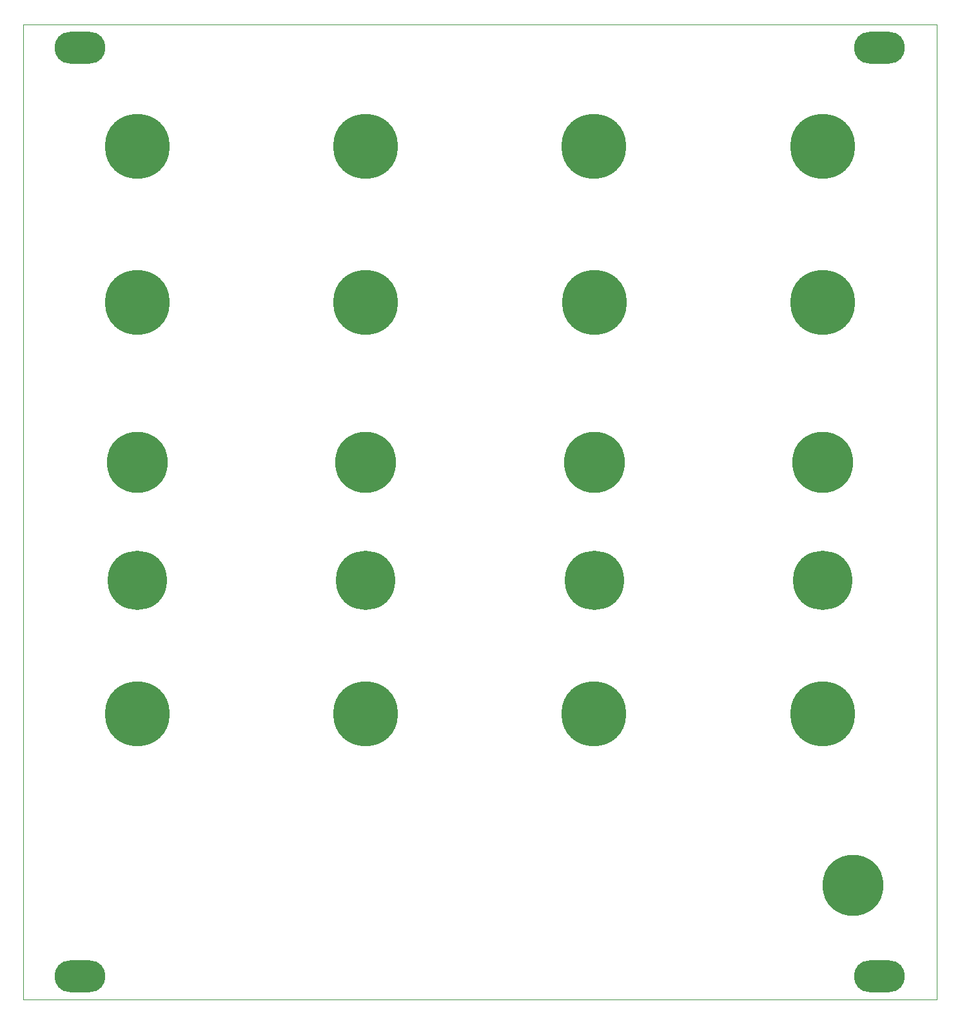
<source format=gbl>
G04 #@! TF.GenerationSoftware,KiCad,Pcbnew,(6.0.6)*
G04 #@! TF.CreationDate,2022-10-26T12:00:59+02:00*
G04 #@! TF.ProjectId,Drumbox,4472756d-626f-4782-9e6b-696361645f70,rev?*
G04 #@! TF.SameCoordinates,Original*
G04 #@! TF.FileFunction,Copper,L2,Bot*
G04 #@! TF.FilePolarity,Positive*
%FSLAX46Y46*%
G04 Gerber Fmt 4.6, Leading zero omitted, Abs format (unit mm)*
G04 Created by KiCad (PCBNEW (6.0.6)) date 2022-10-26 12:00:59*
%MOMM*%
%LPD*%
G01*
G04 APERTURE LIST*
G04 #@! TA.AperFunction,Profile*
%ADD10C,0.050000*%
G04 #@! TD*
G04 #@! TA.AperFunction,ComponentPad*
%ADD11O,6.700000X4.200000*%
G04 #@! TD*
G04 #@! TA.AperFunction,ViaPad*
%ADD12C,8.500000*%
G04 #@! TD*
G04 #@! TA.AperFunction,ViaPad*
%ADD13C,7.800000*%
G04 #@! TD*
G04 #@! TA.AperFunction,ViaPad*
%ADD14C,8.000000*%
G04 #@! TD*
G04 APERTURE END LIST*
D10*
X62500000Y-32200000D02*
X62500000Y-160200000D01*
X62500000Y-32200000D02*
X182500000Y-32200000D01*
X182500000Y-32200000D02*
X182500000Y-160200000D01*
X182500000Y-160200000D02*
X62500000Y-160200000D01*
D11*
X70000000Y-35200000D03*
X175000000Y-35200000D03*
X70000000Y-157200000D03*
X175000000Y-157200000D03*
D12*
X107499327Y-48190916D03*
X137492606Y-48198655D03*
D13*
X167500000Y-105200000D03*
D12*
X77500000Y-122700000D03*
D13*
X77500000Y-105200000D03*
D14*
X171500000Y-145197644D03*
D13*
X137500000Y-105200000D03*
X107500000Y-105200000D03*
D14*
X137500000Y-89700000D03*
X107489232Y-89692932D03*
D12*
X77484521Y-48198309D03*
X107494632Y-68698991D03*
X167486537Y-48197983D03*
D14*
X167500000Y-89700000D03*
D12*
X137490244Y-122696639D03*
X137497977Y-68696300D03*
X107495066Y-122696300D03*
X167498766Y-68697533D03*
X167485173Y-122698991D03*
X77478457Y-68672408D03*
D14*
X77491588Y-89688900D03*
M02*

</source>
